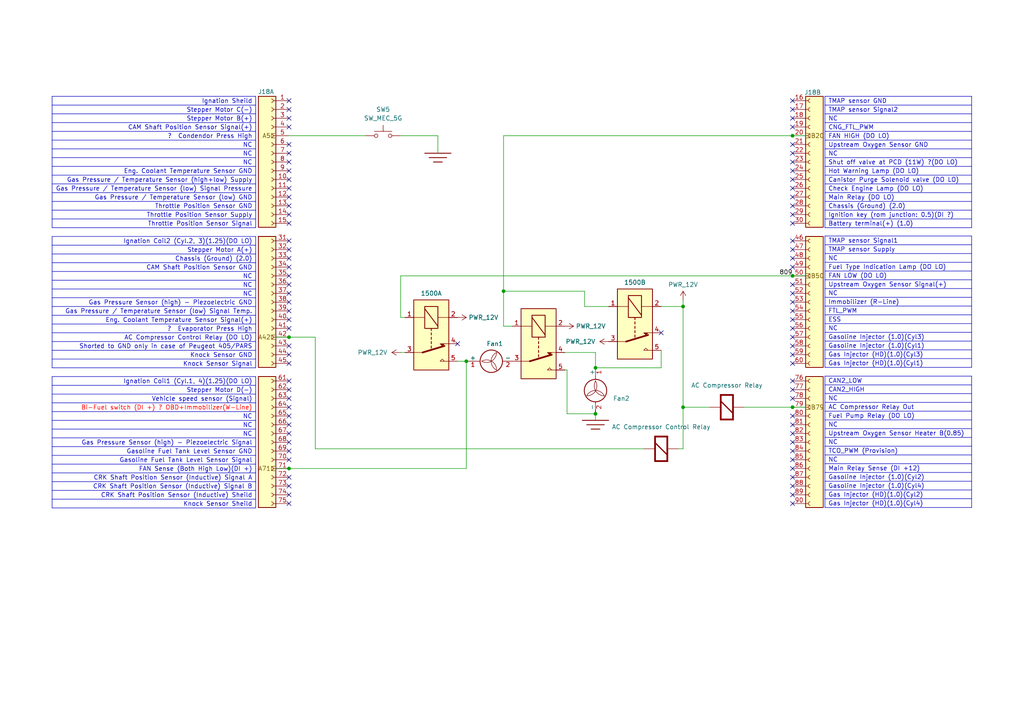
<source format=kicad_sch>
(kicad_sch (version 20250114) (generator "eeschema") (generator_version "9.0")
  (paper "A4")
  (lib_symbols
    (symbol "Elektuur_1:Re" (pin_numbers (hide yes)) (pin_names (offset 0) (hide yes))
      (property "Reference" "Re" (at 0.635 3.175 0))
      (property "Value" "Re" (at 0.635 -3.175 0))
      (symbol "Re_1_0"
        (pin passive line (at 0 5.08 270) (length 3.175) (name "+") (number "1"))
        (pin passive line (at 0 -5.08 90) (length 3.175) (name "-") (number "2"))
      )
      (symbol "Re_1_1"
        (polyline (pts (xy -3.683 -1.905) (xy 3.683 -1.905) (xy 3.683 1.905) (xy -3.683 1.905) (xy -3.683 -1.905) (xy -3.429 -1.651) (xy -3.429 1.651) (xy 3.429 1.651) (xy 3.429 -1.651) (xy -3.429 -1.651) (xy -3.683 -1.905)) (stroke (width 0.254)) (fill (type outline)))
        (polyline (pts (xy -1.778 -1.778) (xy 1.778 1.778)) (stroke (width 0.3556)))
      )
      (symbol "Re_1_2"
        (polyline (pts (xy -3.683 -1.905) (xy 3.683 -1.905) (xy 3.683 1.905) (xy -3.683 1.905) (xy -3.683 -1.905) (xy -3.429 -1.651) (xy -3.429 1.651) (xy 3.429 1.651) (xy 3.429 -1.651) (xy -3.429 -1.651) (xy -3.683 -1.905)) (stroke (width 0.254)) (fill (type outline)))
      )
    )
    (symbol "Generic:P,E" (power) (pin_numbers (hide yes)) (pin_names (offset 3.81))
      (symbol "P,E_1_1"
        (polyline (pts (xy -3.81 0) (xy 3.81 0)) (stroke (width 0.254)))
        (polyline (pts (xy -2.54 -1.27) (xy 2.54 -1.27)) (stroke (width 0.254)))
        (polyline (pts (xy -1.27 -2.54) (xy 1.27 -2.54)) (stroke (width 0.254)))
        (pin power_in line (at 0 0 0) (length 0) (hide yes) (name "E") (number "0"))
      )
    )
    (symbol "Motor:Fan" (pin_names (offset 0))
      (property "Reference" "M" (at 2.54 5.08 0))
      (property "Value" "Fan" (at 2.54 -2.54 0))
      (symbol "Fan_0_1"
        (arc (start 0 3.81) (mid -0.0015 0.9048) (end -2.54 -0.508))
        (polyline (pts (xy 0 4.572) (xy 0 5.08)))
        (polyline (pts (xy 0 4.2672) (xy 0 4.6228)))
        (circle (center 0 1.016) (radius 3.2512) (stroke (width 0.254)))
        (arc (start -2.54 -0.508) (mid 0 1.0618) (end 2.54 -0.508))
        (polyline (pts (xy 0 -2.2352) (xy 0 -2.6416)))
        (polyline (pts (xy 0 -5.08) (xy 0 -4.572)))
        (arc (start 2.54 -0.508) (mid 0.047 0.9315) (end 0 3.81))
      )
      (symbol "Fan_1_1"
        (pin passive line (at 0 7.62 270) (length 2.54) (name "+") (number "1"))
        (pin passive line (at 0 -5.08 90) (length 2.54) (name "-") (number "2"))
      )
    )
    (symbol "SparkFun-Electromechanical:Relay_SPDT_20A_5V_27.6x32.0mm"
      (property "Reference" "K" (at -3.81 11.43 0))
      (property "Value" "Relay_SPDT_20A_5V" (at 0 -11.43 0))
      (symbol "Relay_SPDT_20A_5V_27.6x32.0mm_0_0"
        (polyline (pts (xy 5.08 -2.54) (xy 2.54 -2.54) (xy 3.175 -3.175) (xy 3.81 -2.54)) (fill (type outline)))
        (polyline (pts (xy 5.08 -7.62) (xy 2.54 -7.62) (xy 3.175 -6.985) (xy 3.81 -7.62)))
      )
      (symbol "Relay_SPDT_20A_5V_27.6x32.0mm_0_1"
        (polyline (pts (xy -5.08 5.08) (xy -1.905 5.08)))
        (polyline (pts (xy -2.54 -5.08) (xy -5.08 -5.08)))
        (polyline (pts (xy -2.54 -5.08) (xy 3.81 -3.175)) (stroke (width 0.508)))
        (polyline (pts (xy -1.905 7.62) (xy 1.905 2.54)) (stroke (width 0.254)))
        (polyline (pts (xy 0 1.905) (xy 0 1.27)) (stroke (width 0.254)))
        (polyline (pts (xy 0 0.635) (xy 0 0)) (stroke (width 0.254)))
        (polyline (pts (xy 0 -0.635) (xy 0 -1.27)) (stroke (width 0.254)))
        (polyline (pts (xy 0 -1.905) (xy 0 -2.54)) (stroke (width 0.254)))
        (polyline (pts (xy 0 -3.175) (xy 0 -3.81)) (stroke (width 0.254)))
        (rectangle (start 1.905 8.255) (end -1.905 1.905) (stroke (width 0.254)))
        (rectangle (start 5.08 10.16) (end -5.08 -10.16) (stroke (width 0.254)) (fill (type background)))
        (polyline (pts (xy 5.08 5.08) (xy 1.905 5.08)))
      )
      (symbol "Relay_SPDT_20A_5V_27.6x32.0mm_1_1"
        (pin passive line (at -7.62 5.08 0) (length 2.54) (name "") (number "1"))
        (pin passive line (at -7.62 -5.08 0) (length 2.54) (name "") (number "3"))
        (pin passive line (at 7.62 5.08 180) (length 2.54) (name "") (number "2"))
        (pin passive line (at 7.62 -2.54 180) (length 2.54) (name "") (number "4"))
        (pin passive line (at 7.62 -7.62 180) (length 2.54) (name "") (number "5"))
      )
    )
    (symbol "Switch:SW_MEC_5G" (pin_numbers (hide yes)) (pin_names (offset 1.016) (hide yes))
      (property "Reference" "SW" (at 1.27 2.54 0))
      (property "Value" "SW_MEC_5G" (at 0 -1.524 0))
      (symbol "SW_MEC_5G_0_1"
        (circle (center -2.032 0) (radius 0.508))
        (polyline (pts (xy 0 1.27) (xy 0 3.048)))
        (circle (center 2.032 0) (radius 0.508))
        (polyline (pts (xy 2.54 1.27) (xy -2.54 1.27)))
        (pin passive line (at -5.08 0 0) (length 2.54) (name "A") (number "1"))
        (pin passive line (at 5.08 0 180) (length 2.54) (name "B") (number "3"))
      )
      (symbol "SW_MEC_5G_1_1"
        (pin passive line (at -5.08 0 0) (length 2.54) (hide yes) (name "A") (number "2"))
        (pin passive line (at 5.08 0 180) (length 2.54) (hide yes) (name "B") (number "4"))
      )
    )
    (symbol "fab:PWR_12V" (power) (pin_names (offset 0))
      (property "Value" "PWR_12V" (at 0 3.556 0))
      (symbol "PWR_12V_0_1"
        (polyline (pts (xy -0.762 1.27) (xy 0 2.54)))
        (polyline (pts (xy 0 2.54) (xy 0.762 1.27)))
        (polyline (pts (xy 0 0) (xy 0 2.54)))
      )
      (symbol "PWR_12V_1_1"
        (pin power_in line (at 0 0 90) (length 0) (hide yes) (name "PWR_12V") (number "1"))
      )
    )
    (symbol "sicma_socket:Conn_01x90_3Row_Socket" (pin_names (offset 1.016) (hide yes))
      (property "Reference" "J" (at 1.524 60.833 0))
      (property "Value" "Conn_01x90_3Row_Socket" (at 1.397 -61.214 0))
      (symbol "Conn_01x90_3Row_Socket_1_1"
        (rectangle (start -0.508 59.69) (end 4.572 21.717) (stroke (width 0.254)) (fill (type background)))
        (polyline (pts (xy -0.508 58.42) (xy 0.254 58.42)) (stroke (width 0.1524)))
        (polyline (pts (xy -0.508 55.88) (xy 0.254 55.88)) (stroke (width 0.1524)))
        (polyline (pts (xy -0.508 53.34) (xy 0.254 53.34)) (stroke (width 0.1524)))
        (polyline (pts (xy -0.508 50.8) (xy 0.254 50.8)) (stroke (width 0.1524)))
        (polyline (pts (xy -0.508 48.26) (xy 0.254 48.26)) (stroke (width 0.1524)))
        (polyline (pts (xy -0.508 45.72) (xy 0.254 45.72)) (stroke (width 0.1524)))
        (polyline (pts (xy -0.508 43.18) (xy 0.254 43.18)) (stroke (width 0.1524)))
        (polyline (pts (xy -0.508 40.64) (xy 0.254 40.64)) (stroke (width 0.1524)))
        (polyline (pts (xy -0.508 38.1) (xy 0.254 38.1)) (stroke (width 0.1524)))
        (polyline (pts (xy -0.508 35.56) (xy 0.254 35.56)) (stroke (width 0.1524)))
        (polyline (pts (xy -0.508 33.02) (xy 0.254 33.02)) (stroke (width 0.1524)))
        (polyline (pts (xy -0.508 30.48) (xy 0.254 30.48)) (stroke (width 0.1524)))
        (polyline (pts (xy -0.508 27.94) (xy 0.254 27.94)) (stroke (width 0.1524)))
        (polyline (pts (xy -0.508 25.4) (xy 0.254 25.4)) (stroke (width 0.1524)))
        (polyline (pts (xy -0.508 22.86) (xy 0.254 22.86)) (stroke (width 0.1524)))
        (rectangle (start -0.508 19.05) (end 4.572 -18.923) (stroke (width 0.254)) (fill (type background)))
        (polyline (pts (xy -0.508 17.78) (xy 0.254 17.78)) (stroke (width 0.1524)))
        (polyline (pts (xy -0.508 15.24) (xy 0.254 15.24)) (stroke (width 0.1524)))
        (polyline (pts (xy -0.508 12.7) (xy 0.254 12.7)) (stroke (width 0.1524)))
        (polyline (pts (xy -0.508 10.16) (xy 0.254 10.16)) (stroke (width 0.1524)))
        (polyline (pts (xy -0.508 7.62) (xy 0.254 7.62)) (stroke (width 0.1524)))
        (polyline (pts (xy -0.508 5.08) (xy 0.254 5.08)) (stroke (width 0.1524)))
        (polyline (pts (xy -0.508 2.54) (xy 0.254 2.54)) (stroke (width 0.1524)))
        (polyline (pts (xy -0.508 0) (xy 0.254 0)) (stroke (width 0.1524)))
        (polyline (pts (xy -0.508 -2.54) (xy 0.254 -2.54)) (stroke (width 0.1524)))
        (polyline (pts (xy -0.508 -5.08) (xy 0.254 -5.08)) (stroke (width 0.1524)))
        (polyline (pts (xy -0.508 -7.62) (xy 0.254 -7.62)) (stroke (width 0.1524)))
        (polyline (pts (xy -0.508 -10.16) (xy 0.254 -10.16)) (stroke (width 0.1524)))
        (polyline (pts (xy -0.508 -12.7) (xy 0.254 -12.7)) (stroke (width 0.1524)))
        (polyline (pts (xy -0.508 -15.24) (xy 0.254 -15.24)) (stroke (width 0.1524)))
        (polyline (pts (xy -0.508 -17.78) (xy 0.254 -17.78)) (stroke (width 0.1524)))
        (rectangle (start -0.508 -21.59) (end 4.572 -59.563) (stroke (width 0.254)) (fill (type background)))
        (polyline (pts (xy -0.508 -22.86) (xy 0.254 -22.86)) (stroke (width 0.1524)))
        (polyline (pts (xy -0.508 -25.4) (xy 0.254 -25.4)) (stroke (width 0.1524)))
        (polyline (pts (xy -0.508 -27.94) (xy 0.254 -27.94)) (stroke (width 0.1524)))
        (polyline (pts (xy -0.508 -30.48) (xy 0.254 -30.48)) (stroke (width 0.1524)))
        (polyline (pts (xy -0.508 -33.02) (xy 0.254 -33.02)) (stroke (width 0.1524)))
        (polyline (pts (xy -0.508 -35.56) (xy 0.254 -35.56)) (stroke (width 0.1524)))
        (polyline (pts (xy -0.508 -38.1) (xy 0.254 -38.1)) (stroke (width 0.1524)))
        (polyline (pts (xy -0.508 -40.64) (xy 0.254 -40.64)) (stroke (width 0.1524)))
        (polyline (pts (xy -0.508 -43.18) (xy 0.254 -43.18)) (stroke (width 0.1524)))
        (polyline (pts (xy -0.508 -45.72) (xy 0.254 -45.72)) (stroke (width 0.1524)))
        (polyline (pts (xy -0.508 -48.26) (xy 0.254 -48.26)) (stroke (width 0.1524)))
        (polyline (pts (xy -0.508 -50.8) (xy 0.254 -50.8)) (stroke (width 0.1524)))
        (polyline (pts (xy -0.508 -53.34) (xy 0.254 -53.34)) (stroke (width 0.1524)))
        (polyline (pts (xy -0.508 -55.88) (xy 0.254 -55.88)) (stroke (width 0.1524)))
        (polyline (pts (xy -0.508 -58.42) (xy 0.254 -58.42)) (stroke (width 0.1524)))
        (arc (start 0.762 57.912) (mid 0.2562 58.42) (end 0.762 58.928) (stroke (width 0.1524)))
        (arc (start 0.762 55.372) (mid 0.2562 55.88) (end 0.762 56.388) (stroke (width 0.1524)))
        (arc (start 0.762 52.832) (mid 0.2562 53.34) (end 0.762 53.848) (stroke (width 0.1524)))
        (arc (start 0.762 50.292) (mid 0.2562 50.8) (end 0.762 51.308) (stroke (width 0.1524)))
        (arc (start 0.762 47.752) (mid 0.2562 48.26) (end 0.762 48.768) (stroke (width 0.1524)))
        (arc (start 0.762 45.212) (mid 0.2562 45.72) (end 0.762 46.228) (stroke (width 0.1524)))
        (arc (start 0.762 42.672) (mid 0.2562 43.18) (end 0.762 43.688) (stroke (width 0.1524)))
        (arc (start 0.762 40.132) (mid 0.2562 40.64) (end 0.762 41.148) (stroke (width 0.1524)))
        (arc (start 0.762 37.592) (mid 0.2562 38.1) (end 0.762 38.608) (stroke (width 0.1524)))
        (arc (start 0.762 35.052) (mid 0.2562 35.56) (end 0.762 36.068) (stroke (width 0.1524)))
        (arc (start 0.762 32.512) (mid 0.2562 33.02) (end 0.762 33.528) (stroke (width 0.1524)))
        (arc (start 0.762 29.972) (mid 0.2562 30.48) (end 0.762 30.988) (stroke (width 0.1524)))
        (arc (start 0.762 27.432) (mid 0.2562 27.94) (end 0.762 28.448) (stroke (width 0.1524)))
        (arc (start 0.762 24.892) (mid 0.2562 25.4) (end 0.762 25.908) (stroke (width 0.1524)))
        (arc (start 0.762 22.352) (mid 0.2562 22.86) (end 0.762 23.368) (stroke (width 0.1524)))
        (arc (start 0.762 17.272) (mid 0.2562 17.78) (end 0.762 18.288) (stroke (width 0.1524)))
        (arc (start 0.762 14.732) (mid 0.2562 15.24) (end 0.762 15.748) (stroke (width 0.1524)))
        (arc (start 0.762 12.192) (mid 0.2562 12.7) (end 0.762 13.208) (stroke (width 0.1524)))
        (arc (start 0.762 9.652) (mid 0.2562 10.16) (end 0.762 10.668) (stroke (width 0.1524)))
        (arc (start 0.762 7.112) (mid 0.2562 7.62) (end 0.762 8.128) (stroke (width 0.1524)))
        (arc (start 0.762 4.572) (mid 0.2562 5.08) (end 0.762 5.588) (stroke (width 0.1524)))
        (arc (start 0.762 2.032) (mid 0.2562 2.54) (end 0.762 3.048) (stroke (width 0.1524)))
        (arc (start 0.762 -0.508) (mid 0.2562 0) (end 0.762 0.508) (stroke (width 0.1524)))
        (arc (start 0.762 -3.048) (mid 0.2562 -2.54) (end 0.762 -2.032) (stroke (width 0.1524)))
        (arc (start 0.762 -5.588) (mid 0.2562 -5.08) (end 0.762 -4.572) (stroke (width 0.1524)))
        (arc (start 0.762 -8.128) (mid 0.2562 -7.62) (end 0.762 -7.112) (stroke (width 0.1524)))
        (arc (start 0.762 -10.668) (mid 0.2562 -10.16) (end 0.762 -9.652) (stroke (width 0.1524)))
        (arc (start 0.762 -13.208) (mid 0.2562 -12.7) (end 0.762 -12.192) (stroke (width 0.1524)))
        (arc (start 0.762 -15.748) (mid 0.2562 -15.24) (end 0.762 -14.732) (stroke (width 0.1524)))
        (arc (start 0.762 -18.288) (mid 0.2562 -17.78) (end 0.762 -17.272) (stroke (width 0.1524)))
        (arc (start 0.762 -23.368) (mid 0.2562 -22.86) (end 0.762 -22.352) (stroke (width 0.1524)))
        (arc (start 0.762 -25.908) (mid 0.2562 -25.4) (end 0.762 -24.892) (stroke (width 0.1524)))
        (arc (start 0.762 -28.448) (mid 0.2562 -27.94) (end 0.762 -27.432) (stroke (width 0.1524)))
        (arc (start 0.762 -30.988) (mid 0.2562 -30.48) (end 0.762 -29.972) (stroke (width 0.1524)))
        (arc (start 0.762 -33.528) (mid 0.2562 -33.02) (end 0.762 -32.512) (stroke (width 0.1524)))
        (arc (start 0.762 -36.068) (mid 0.2562 -35.56) (end 0.762 -35.052) (stroke (width 0.1524)))
        (arc (start 0.762 -38.608) (mid 0.2562 -38.1) (end 0.762 -37.592) (stroke (width 0.1524)))
        (arc (start 0.762 -41.148) (mid 0.2562 -40.64) (end 0.762 -40.132) (stroke (width 0.1524)))
        (arc (start 0.762 -43.688) (mid 0.2562 -43.18) (end 0.762 -42.672) (stroke (width 0.1524)))
        (arc (start 0.762 -46.228) (mid 0.2562 -45.72) (end 0.762 -45.212) (stroke (width 0.1524)))
        (arc (start 0.762 -48.768) (mid 0.2562 -48.26) (end 0.762 -47.752) (stroke (width 0.1524)))
        (arc (start 0.762 -51.308) (mid 0.2562 -50.8) (end 0.762 -50.292) (stroke (width 0.1524)))
        (arc (start 0.762 -53.848) (mid 0.2562 -53.34) (end 0.762 -52.832) (stroke (width 0.1524)))
        (arc (start 0.762 -56.388) (mid 0.2562 -55.88) (end 0.762 -55.372) (stroke (width 0.1524)))
        (arc (start 0.762 -58.928) (mid 0.2562 -58.42) (end 0.762 -57.912) (stroke (width 0.1524)))
        (pin passive line (at -4.318 58.42 0) (length 3.81) (name "A1") (number "1"))
        (pin passive line (at -4.318 55.88 0) (length 3.81) (name "A2") (number "2"))
        (pin passive line (at -4.318 53.34 0) (length 3.81) (name "A3") (number "3"))
        (pin passive line (at -4.318 50.8 0) (length 3.81) (name "A4") (number "4"))
        (pin passive line (at -4.318 48.26 0) (length 3.81) (name "A5") (number "5"))
        (pin passive line (at -4.318 45.72 0) (length 3.81) (name "A6") (number "6"))
        (pin passive line (at -4.318 43.18 0) (length 3.81) (name "A7") (number "7"))
        (pin passive line (at -4.318 40.64 0) (length 3.81) (name "A8") (number "8"))
        (pin passive line (at -4.318 38.1 0) (length 3.81) (name "A9") (number "9"))
        (pin passive line (at -4.318 35.56 0) (length 3.81) (name "A10") (number "10"))
        (pin passive line (at -4.318 33.02 0) (length 3.81) (name "A11") (number "11"))
        (pin passive line (at -4.318 30.48 0) (length 3.81) (name "A12") (number "12"))
        (pin passive line (at -4.318 27.94 0) (length 3.81) (name "A13") (number "13"))
        (pin passive line (at -4.318 25.4 0) (length 3.81) (name "A14") (number "14"))
        (pin passive line (at -4.318 22.86 0) (length 3.81) (name "A15") (number "15"))
        (pin passive line (at -4.318 17.78 0) (length 3.81) (name "A31") (number "31"))
        (pin passive line (at -4.318 15.24 0) (length 3.81) (name "A32") (number "32"))
        (pin passive line (at -4.318 12.7 0) (length 3.81) (name "A33") (number "33"))
        (pin passive line (at -4.318 10.16 0) (length 3.81) (name "A34") (number "34"))
        (pin passive line (at -4.318 7.62 0) (length 3.81) (name "A35") (number "35"))
        (pin passive line (at -4.318 5.08 0) (length 3.81) (name "A36") (number "36"))
        (pin passive line (at -4.318 2.54 0) (length 3.81) (name "A37") (number "37"))
        (pin passive line (at -4.318 0 0) (length 3.81) (name "A38") (number "38"))
        (pin passive line (at -4.318 -2.54 0) (length 3.81) (name "A39") (number "39"))
        (pin passive line (at -4.318 -5.08 0) (length 3.81) (name "A40") (number "40"))
        (pin passive line (at -4.318 -7.62 0) (length 3.81) (name "A41") (number "41"))
        (pin passive line (at -4.318 -10.16 0) (length 3.81) (name "A42") (number "42"))
        (pin passive line (at -4.318 -12.7 0) (length 3.81) (name "A43") (number "43"))
        (pin passive line (at -4.318 -15.24 0) (length 3.81) (name "A44") (number "44"))
        (pin passive line (at -4.318 -17.78 0) (length 3.81) (name "A45") (number "45"))
        (pin passive line (at -4.318 -22.86 0) (length 3.81) (name "A61") (number "61"))
        (pin passive line (at -4.318 -25.4 0) (length 3.81) (name "A62") (number "62"))
        (pin passive line (at -4.318 -27.94 0) (length 3.81) (name "A63") (number "63"))
        (pin passive line (at -4.318 -30.48 0) (length 3.81) (name "A64") (number "64"))
        (pin passive line (at -4.318 -33.02 0) (length 3.81) (name "A65") (number "65"))
        (pin passive line (at -4.318 -35.56 0) (length 3.81) (name "A66") (number "66"))
        (pin passive line (at -4.318 -38.1 0) (length 3.81) (name "A67") (number "67"))
        (pin passive line (at -4.318 -40.64 0) (length 3.81) (name "A68") (number "68"))
        (pin passive line (at -4.318 -43.18 0) (length 3.81) (name "A69") (number "69"))
        (pin passive line (at -4.318 -45.72 0) (length 3.81) (name "A70") (number "70"))
        (pin passive line (at -4.318 -48.26 0) (length 3.81) (name "A71") (number "71"))
        (pin passive line (at -4.318 -50.8 0) (length 3.81) (name "A72") (number "72"))
        (pin passive line (at -4.318 -53.34 0) (length 3.81) (name "A73") (number "73"))
        (pin passive line (at -4.318 -55.88 0) (length 3.81) (name "A74") (number "74"))
        (pin passive line (at -4.318 -58.42 0) (length 3.81) (name "A75") (number "75"))
      )
      (symbol "Conn_01x90_3Row_Socket_2_1"
        (rectangle (start -0.508 59.69) (end 4.572 21.717) (stroke (width 0.254)) (fill (type background)))
        (polyline (pts (xy -0.508 58.42) (xy 0.254 58.42)) (stroke (width 0.1524)))
        (polyline (pts (xy -0.508 55.88) (xy 0.254 55.88)) (stroke (width 0.1524)))
        (polyline (pts (xy -0.508 53.34) (xy 0.254 53.34)) (stroke (width 0.1524)))
        (polyline (pts (xy -0.508 50.8) (xy 0.254 50.8)) (stroke (width 0.1524)))
        (polyline (pts (xy -0.508 48.26) (xy 0.254 48.26)) (stroke (width 0.1524)))
        (polyline (pts (xy -0.508 45.72) (xy 0.254 45.72)) (stroke (width 0.1524)))
        (polyline (pts (xy -0.508 43.18) (xy 0.254 43.18)) (stroke (width 0.1524)))
        (polyline (pts (xy -0.508 40.64) (xy 0.254 40.64)) (stroke (width 0.1524)))
        (polyline (pts (xy -0.508 38.1) (xy 0.254 38.1)) (stroke (width 0.1524)))
        (polyline (pts (xy -0.508 35.56) (xy 0.254 35.56)) (stroke (width 0.1524)))
        (polyline (pts (xy -0.508 33.02) (xy 0.254 33.02)) (stroke (width 0.1524)))
        (polyline (pts (xy -0.508 30.48) (xy 0.254 30.48)) (stroke (width 0.1524)))
        (polyline (pts (xy -0.508 27.94) (xy 0.254 27.94)) (stroke (width 0.1524)))
        (polyline (pts (xy -0.508 25.4) (xy 0.254 25.4)) (stroke (width 0.1524)))
        (polyline (pts (xy -0.508 22.86) (xy 0.254 22.86)) (stroke (width 0.1524)))
        (rectangle (start -0.508 19.05) (end 4.572 -18.923) (stroke (width 0.254)) (fill (type background)))
        (polyline (pts (xy -0.508 17.78) (xy 0.254 17.78)) (stroke (width 0.1524)))
        (polyline (pts (xy -0.508 15.24) (xy 0.254 15.24)) (stroke (width 0.1524)))
        (polyline (pts (xy -0.508 12.7) (xy 0.254 12.7)) (stroke (width 0.1524)))
        (polyline (pts (xy -0.508 10.16) (xy 0.254 10.16)) (stroke (width 0.1524)))
        (polyline (pts (xy -0.508 7.62) (xy 0.254 7.62)) (stroke (width 0.1524)))
        (polyline (pts (xy -0.508 5.08) (xy 0.254 5.08)) (stroke (width 0.1524)))
        (polyline (pts (xy -0.508 2.54) (xy 0.254 2.54)) (stroke (width 0.1524)))
        (polyline (pts (xy -0.508 0) (xy 0.254 0)) (stroke (width 0.1524)))
        (polyline (pts (xy -0.508 -2.54) (xy 0.254 -2.54)) (stroke (width 0.1524)))
        (polyline (pts (xy -0.508 -5.08) (xy 0.254 -5.08)) (stroke (width 0.1524)))
        (polyline (pts (xy -0.508 -7.62) (xy 0.254 -7.62)) (stroke (width 0.1524)))
        (polyline (pts (xy -0.508 -10.16) (xy 0.254 -10.16)) (stroke (width 0.1524)))
        (polyline (pts (xy -0.508 -12.7) (xy 0.254 -12.7)) (stroke (width 0.1524)))
        (polyline (pts (xy -0.508 -15.24) (xy 0.254 -15.24)) (stroke (width 0.1524)))
        (polyline (pts (xy -0.508 -17.78) (xy 0.254 -17.78)) (stroke (width 0.1524)))
        (rectangle (start -0.508 -21.59) (end 4.572 -59.563) (stroke (width 0.254)) (fill (type background)))
        (polyline (pts (xy -0.508 -22.86) (xy 0.254 -22.86)) (stroke (width 0.1524)))
        (polyline (pts (xy -0.508 -25.4) (xy 0.254 -25.4)) (stroke (width 0.1524)))
        (polyline (pts (xy -0.508 -27.94) (xy 0.254 -27.94)) (stroke (width 0.1524)))
        (polyline (pts (xy -0.508 -30.48) (xy 0.254 -30.48)) (stroke (width 0.1524)))
        (polyline (pts (xy -0.508 -33.02) (xy 0.254 -33.02)) (stroke (width 0.1524)))
        (polyline (pts (xy -0.508 -35.56) (xy 0.254 -35.56)) (stroke (width 0.1524)))
        (polyline (pts (xy -0.508 -38.1) (xy 0.254 -38.1)) (stroke (width 0.1524)))
        (polyline (pts (xy -0.508 -40.64) (xy 0.254 -40.64)) (stroke (width 0.1524)))
        (polyline (pts (xy -0.508 -43.18) (xy 0.254 -43.18)) (stroke (width 0.1524)))
        (polyline (pts (xy -0.508 -45.72) (xy 0.254 -45.72)) (stroke (width 0.1524)))
        (polyline (pts (xy -0.508 -48.26) (xy 0.254 -48.26)) (stroke (width 0.1524)))
        (polyline (pts (xy -0.508 -50.8) (xy 0.254 -50.8)) (stroke (width 0.1524)))
        (polyline (pts (xy -0.508 -53.34) (xy 0.254 -53.34)) (stroke (width 0.1524)))
        (polyline (pts (xy -0.508 -55.88) (xy 0.254 -55.88)) (stroke (width 0.1524)))
        (polyline (pts (xy -0.508 -58.42) (xy 0.254 -58.42)) (stroke (width 0.1524)))
        (arc (start 0.762 57.912) (mid 0.2562 58.42) (end 0.762 58.928) (stroke (width 0.1524)))
        (arc (start 0.762 55.372) (mid 0.2562 55.88) (end 0.762 56.388) (stroke (width 0.1524)))
        (arc (start 0.762 52.832) (mid 0.2562 53.34) (end 0.762 53.848) (stroke (width 0.1524)))
        (arc (start 0.762 50.292) (mid 0.2562 50.8) (end 0.762 51.308) (stroke (width 0.1524)))
        (arc (start 0.762 47.752) (mid 0.2562 48.26) (end 0.762 48.768) (stroke (width 0.1524)))
        (arc (start 0.762 45.212) (mid 0.2562 45.72) (end 0.762 46.228) (stroke (width 0.1524)))
        (arc (start 0.762 42.672) (mid 0.2562 43.18) (end 0.762 43.688) (stroke (width 0.1524)))
        (arc (start 0.762 40.132) (mid 0.2562 40.64) (end 0.762 41.148) (stroke (width 0.1524)))
        (arc (start 0.762 37.592) (mid 0.2562 38.1) (end 0.762 38.608) (stroke (width 0.1524)))
        (arc (start 0.762 35.052) (mid 0.2562 35.56) (end 0.762 36.068) (stroke (width 0.1524)))
        (arc (start 0.762 32.512) (mid 0.2562 33.02) (end 0.762 33.528) (stroke (width 0.1524)))
        (arc (start 0.762 29.972) (mid 0.2562 30.48) (end 0.762 30.988) (stroke (width 0.1524)))
        (arc (start 0.762 27.432) (mid 0.2562 27.94) (end 0.762 28.448) (stroke (width 0.1524)))
        (arc (start 0.762 24.892) (mid 0.2562 25.4) (end 0.762 25.908) (stroke (width 0.1524)))
        (arc (start 0.762 22.352) (mid 0.2562 22.86) (end 0.762 23.368) (stroke (width 0.1524)))
        (arc (start 0.762 17.272) (mid 0.2562 17.78) (end 0.762 18.288) (stroke (width 0.1524)))
        (arc (start 0.762 14.732) (mid 0.2562 15.24) (end 0.762 15.748) (stroke (width 0.1524)))
        (arc (start 0.762 12.192) (mid 0.2562 12.7) (end 0.762 13.208) (stroke (width 0.1524)))
        (arc (start 0.762 9.652) (mid 0.2562 10.16) (end 0.762 10.668) (stroke (width 0.1524)))
        (arc (start 0.762 7.112) (mid 0.2562 7.62) (end 0.762 8.128) (stroke (width 0.1524)))
        (arc (start 0.762 4.572) (mid 0.2562 5.08) (end 0.762 5.588) (stroke (width 0.1524)))
        (arc (start 0.762 2.032) (mid 0.2562 2.54) (end 0.762 3.048) (stroke (width 0.1524)))
        (arc (start 0.762 -0.508) (mid 0.2562 0) (end 0.762 0.508) (stroke (width 0.1524)))
        (arc (start 0.762 -3.048) (mid 0.2562 -2.54) (end 0.762 -2.032) (stroke (width 0.1524)))
        (arc (start 0.762 -5.588) (mid 0.2562 -5.08) (end 0.762 -4.572) (stroke (width 0.1524)))
        (arc (start 0.762 -8.128) (mid 0.2562 -7.62) (end 0.762 -7.112) (stroke (width 0.1524)))
        (arc (start 0.762 -10.668) (mid 0.2562 -10.16) (end 0.762 -9.652) (stroke (width 0.1524)))
        (arc (start 0.762 -13.208) (mid 0.2562 -12.7) (end 0.762 -12.192) (stroke (width 0.1524)))
        (arc (start 0.762 -15.748) (mid 0.2562 -15.24) (end 0.762 -14.732) (stroke (width 0.1524)))
        (arc (start 0.762 -18.288) (mid 0.2562 -17.78) (end 0.762 -17.272) (stroke (width 0.1524)))
        (arc (start 0.762 -23.368) (mid 0.2562 -22.86) (end 0.762 -22.352) (stroke (width 0.1524)))
        (arc (start 0.762 -25.908) (mid 0.2562 -25.4) (end 0.762 -24.892) (stroke (width 0.1524)))
        (arc (start 0.762 -28.448) (mid 0.2562 -27.94) (end 0.762 -27.432) (stroke (width 0.1524)))
        (arc (start 0.762 -30.988) (mid 0.2562 -30.48) (end 0.762 -29.972) (stroke (width 0.1524)))
        (arc (start 0.762 -33.528) (mid 0.2562 -33.02) (end 0.762 -32.512) (stroke (width 0.1524)))
        (arc (start 0.762 -36.068) (mid 0.2562 -35.56) (end 0.762 -35.052) (stroke (width 0.1524)))
        (arc (start 0.762 -38.608) (mid 0.2562 -38.1) (end 0.762 -37.592) (stroke (width 0.1524)))
        (arc (start 0.762 -41.148) (mid 0.2562 -40.64) (end 0.762 -40.132) (stroke (width 0.1524)))
        (arc (start 0.762 -43.688) (mid 0.2562 -43.18) (end 0.762 -42.672) (stroke (width 0.1524)))
        (arc (start 0.762 -46.228) (mid 0.2562 -45.72) (end 0.762 -45.212) (stroke (width 0.1524)))
        (arc (start 0.762 -48.768) (mid 0.2562 -48.26) (end 0.762 -47.752) (stroke (width 0.1524)))
        (arc (start 0.762 -51.308) (mid 0.2562 -50.8) (end 0.762 -50.292) (stroke (width 0.1524)))
        (arc (start 0.762 -53.848) (mid 0.2562 -53.34) (end 0.762 -52.832) (stroke (width 0.1524)))
        (arc (start 0.762 -56.388) (mid 0.2562 -55.88) (end 0.762 -55.372) (stroke (width 0.1524)))
        (arc (start 0.762 -58.928) (mid 0.2562 -58.42) (end 0.762 -57.912) (stroke (width 0.1524)))
        (pin passive line (at -4.318 58.42 0) (length 3.81) (name "B16") (number "16"))
        (pin passive line (at -4.318 55.88 0) (length 3.81) (name "B17") (number "17"))
        (pin passive line (at -4.318 53.34 0) (length 3.81) (name "B18") (number "18"))
        (pin passive line (at -4.318 50.8 0) (length 3.81) (name "B19") (number "19"))
        (pin passive line (at -4.318 48.26 0) (length 3.81) (name "B20") (number "20"))
        (pin passive line (at -4.318 45.72 0) (length 3.81) (name "B21") (number "21"))
        (pin passive line (at -4.318 43.18 0) (length 3.81) (name "B22") (number "22"))
        (pin passive line (at -4.318 40.64 0) (length 3.81) (name "B23") (number "23"))
        (pin passive line (at -4.318 38.1 0) (length 3.81) (name "B24") (number "24"))
        (pin passive line (at -4.318 35.56 0) (length 3.81) (name "B25") (number "25"))
        (pin passive line (at -4.318 33.02 0) (length 3.81) (name "B26") (number "26"))
        (pin passive line (at -4.318 30.48 0) (length 3.81) (name "B27") (number "27"))
        (pin passive line (at -4.318 27.94 0) (length 3.81) (name "B28") (number "28"))
        (pin passive line (at -4.318 25.4 0) (length 3.81) (name "B29") (number "29"))
        (pin passive line (at -4.318 22.86 0) (length 3.81) (name "B30") (number "30"))
        (pin passive line (at -4.318 17.78 0) (length 3.81) (name "B46") (number "46"))
        (pin passive line (at -4.318 15.24 0) (length 3.81) (name "B47") (number "47"))
        (pin passive line (at -4.318 12.7 0) (length 3.81) (name "B48") (number "48"))
        (pin passive line (at -4.318 10.16 0) (length 3.81) (name "B49") (number "49"))
        (pin passive line (at -4.318 7.62 0) (length 3.81) (name "B50") (number "50"))
        (pin passive line (at -4.318 5.08 0) (length 3.81) (name "B51") (number "51"))
        (pin passive line (at -4.318 2.54 0) (length 3.81) (name "B52") (number "52"))
        (pin passive line (at -4.318 0 0) (length 3.81) (name "B53") (number "53"))
        (pin passive line (at -4.318 -2.54 0) (length 3.81) (name "B54") (number "54"))
        (pin passive line (at -4.318 -5.08 0) (length 3.81) (name "B55") (number "55"))
        (pin passive line (at -4.318 -7.62 0) (length 3.81) (name "B56") (number "56"))
        (pin passive line (at -4.318 -10.16 0) (length 3.81) (name "B57") (number "57"))
        (pin passive line (at -4.318 -12.7 0) (length 3.81) (name "B58") (number "58"))
        (pin passive line (at -4.318 -15.24 0) (length 3.81) (name "B59") (number "59"))
        (pin passive line (at -4.318 -17.78 0) (length 3.81) (name "B60") (number "60"))
        (pin passive line (at -4.318 -22.86 0) (length 3.81) (name "B76") (number "76"))
        (pin passive line (at -4.318 -25.4 0) (length 3.81) (name "B77") (number "77"))
        (pin passive line (at -4.318 -27.94 0) (length 3.81) (name "B78") (number "78"))
        (pin passive line (at -4.318 -30.48 0) (length 3.81) (name "B79") (number "79"))
        (pin passive line (at -4.318 -33.02 0) (length 3.81) (name "B80") (number "80"))
        (pin passive line (at -4.318 -35.56 0) (length 3.81) (name "B81") (number "81"))
        (pin passive line (at -4.318 -38.1 0) (length 3.81) (name "B82") (number "82"))
        (pin passive line (at -4.318 -40.64 0) (length 3.81) (name "B83") (number "83"))
        (pin passive line (at -4.318 -43.18 0) (length 3.81) (name "B84") (number "84"))
        (pin passive line (at -4.318 -45.72 0) (length 3.81) (name "B85") (number "85"))
        (pin passive line (at -4.318 -48.26 0) (length 3.81) (name "B86") (number "86"))
        (pin passive line (at -4.318 -50.8 0) (length 3.81) (name "B87") (number "87"))
        (pin passive line (at -4.318 -53.34 0) (length 3.81) (name "B88") (number "88"))
        (pin passive line (at -4.318 -55.88 0) (length 3.81) (name "B89") (number "89"))
        (pin passive line (at -4.318 -58.42 0) (length 3.81) (name "B90") (number "90"))
      )
    )
  )
  (junction (at 172.72 106.68))
  (junction (at 229.87 80.01))
  (junction (at 146.05 84.455))
  (junction (at 135.255 104.775))
  (junction (at 83.82 97.79))
  (junction (at 229.87 118.11))
  (junction (at 198.12 88.9))
  (junction (at 172.72 120.015))
  (junction (at 198.12 118.11))
  (junction (at 83.82 135.89))
  (junction (at 229.87 39.37))
  (no_connect (at 83.82 130.81))
  (no_connect (at 229.87 29.21))
  (no_connect (at 229.87 82.55))
  (no_connect (at 83.82 138.43))
  (no_connect (at 83.82 62.23))
  (no_connect (at 229.87 92.71))
  (no_connect (at 229.87 57.15))
  (no_connect (at 83.82 36.83))
  (no_connect (at 229.87 105.41))
  (no_connect (at 132.715 99.695))
  (no_connect (at 229.87 128.27))
  (no_connect (at 229.87 31.75))
  (no_connect (at 229.87 64.77))
  (no_connect (at 83.82 90.17))
  (no_connect (at 229.87 36.83))
  (no_connect (at 83.82 95.25))
  (no_connect (at 83.82 125.73))
  (no_connect (at 83.82 34.29))
  (no_connect (at 229.87 90.17))
  (no_connect (at 229.87 85.09))
  (no_connect (at 229.87 34.29))
  (no_connect (at 83.82 87.63))
  (no_connect (at 229.87 120.65))
  (no_connect (at 83.82 31.75))
  (no_connect (at 83.82 52.07))
  (no_connect (at 83.82 92.71))
  (no_connect (at 83.82 44.45))
  (no_connect (at 229.87 113.03))
  (no_connect (at 229.87 138.43))
  (no_connect (at 83.82 118.11))
  (no_connect (at 191.77 96.52))
  (no_connect (at 83.82 115.57))
  (no_connect (at 229.87 146.05))
  (no_connect (at 229.87 143.51))
  (no_connect (at 83.82 100.33))
  (no_connect (at 83.82 29.21))
  (no_connect (at 83.82 105.41))
  (no_connect (at 83.82 123.19))
  (no_connect (at 83.82 120.65))
  (no_connect (at 83.82 140.97))
  (no_connect (at 83.82 54.61))
  (no_connect (at 83.82 85.09))
  (no_connect (at 229.87 62.23))
  (no_connect (at 83.82 74.93))
  (no_connect (at 229.87 41.91))
  (no_connect (at 229.87 102.87))
  (no_connect (at 83.82 69.85))
  (no_connect (at 229.87 74.93))
  (no_connect (at 229.87 130.81))
  (no_connect (at 229.87 140.97))
  (no_connect (at 229.87 97.79))
  (no_connect (at 229.87 135.89))
  (no_connect (at 83.82 77.47))
  (no_connect (at 229.87 87.63))
  (no_connect (at 229.87 49.53))
  (no_connect (at 229.87 95.25))
  (no_connect (at 83.82 82.55))
  (no_connect (at 83.82 143.51))
  (no_connect (at 229.87 54.61))
  (no_connect (at 83.82 64.77))
  (no_connect (at 229.87 44.45))
  (no_connect (at 229.87 69.85))
  (no_connect (at 229.87 46.99))
  (no_connect (at 83.82 46.99))
  (no_connect (at 83.82 110.49))
  (no_connect (at 83.82 59.69))
  (no_connect (at 229.87 125.73))
  (no_connect (at 229.87 133.35))
  (no_connect (at 83.82 128.27))
  (no_connect (at 229.87 123.19))
  (no_connect (at 83.82 72.39))
  (no_connect (at 229.87 52.07))
  (no_connect (at 229.87 115.57))
  (no_connect (at 83.82 57.15))
  (no_connect (at 229.87 77.47))
  (no_connect (at 83.82 102.87))
  (no_connect (at 83.82 133.35))
  (no_connect (at 229.87 110.49))
  (no_connect (at 83.82 41.91))
  (no_connect (at 229.87 100.33))
  (no_connect (at 83.82 146.05))
  (no_connect (at 83.82 113.03))
  (no_connect (at 229.87 59.69))
  (no_connect (at 83.82 80.01))
  (no_connect (at 83.82 49.53))
  (no_connect (at 229.87 72.39))
  (wire (pts (xy 83.82 97.79) (xy 91.44 97.79)))
  (wire (pts (xy 229.87 39.37) (xy 146.05 39.37)))
  (wire (pts (xy 172.72 106.68) (xy 172.72 102.235)))
  (wire (pts (xy 169.545 84.455) (xy 146.05 84.455)))
  (wire (pts (xy 233.68 39.37) (xy 229.87 39.37)))
  (wire (pts (xy 172.72 120.015) (xy 172.72 121.92)))
  (wire (pts (xy 135.255 135.89) (xy 83.82 135.89)))
  (wire (pts (xy 83.82 135.89) (xy 80.01 135.89)))
  (wire (pts (xy 198.12 118.11) (xy 198.12 130.175)))
  (wire (pts (xy 116.205 80.01) (xy 116.205 92.075)))
  (wire (pts (xy 233.68 80.01) (xy 229.87 80.01)))
  (wire (pts (xy 191.77 106.68) (xy 191.77 101.6)))
  (wire (pts (xy 116.205 80.01) (xy 229.87 80.01)))
  (wire (pts (xy 164.465 107.315) (xy 164.465 120.015)))
  (wire (pts (xy 163.83 102.235) (xy 172.72 102.235)))
  (wire (pts (xy 91.44 130.175) (xy 186.69 130.175)))
  (wire (pts (xy 135.255 104.775) (xy 135.255 135.89)))
  (wire (pts (xy 135.255 104.775) (xy 132.715 104.775)))
  (wire (pts (xy 196.85 130.175) (xy 198.12 130.175)))
  (wire (pts (xy 83.82 39.37) (xy 106.045 39.37)))
  (wire (pts (xy 146.05 84.455) (xy 146.05 94.615)))
  (wire (pts (xy 198.12 86.995) (xy 198.12 88.9)))
  (wire (pts (xy 146.05 39.37) (xy 146.05 84.455)))
  (wire (pts (xy 164.465 120.015) (xy 172.72 120.015)))
  (wire (pts (xy 135.89 104.775) (xy 135.255 104.775)))
  (wire (pts (xy 229.87 118.11) (xy 233.68 118.11)))
  (wire (pts (xy 172.72 106.68) (xy 191.77 106.68)))
  (wire (pts (xy 169.545 88.9) (xy 169.545 84.455)))
  (wire (pts (xy 116.205 102.235) (xy 117.475 102.235)))
  (wire (pts (xy 215.9 118.11) (xy 229.87 118.11)))
  (wire (pts (xy 116.205 92.075) (xy 117.475 92.075)))
  (wire (pts (xy 146.05 94.615) (xy 148.59 94.615)))
  (wire (pts (xy 169.545 88.9) (xy 176.53 88.9)))
  (wire (pts (xy 198.12 118.11) (xy 198.12 88.9)))
  (wire (pts (xy 191.77 88.9) (xy 198.12 88.9)))
  (wire (pts (xy 205.74 118.11) (xy 198.12 118.11)))
  (wire (pts (xy 172.72 119.38) (xy 172.72 120.015)))
  (wire (pts (xy 164.465 107.315) (xy 163.83 107.315)))
  (wire (pts (xy 116.205 39.37) (xy 127 39.37)))
  (wire (pts (xy 91.44 97.79) (xy 91.44 130.175)))
  (wire (pts (xy 127 39.37) (xy 127 44.45)))
  (wire (pts (xy 80.01 97.79) (xy 83.82 97.79)))
  (table (column_count 1) (border (external yes) (header no)) (separators (rows yes) (cols no)) (column_widths 59.055) (row_heights 2.54 2.54 2.54 2.54 2.54 2.54 2.54 2.54 2.54 2.54 2.54 2.54 2.54 2.54 2.54) (cells (table_cell "Ignation Sheild" (at 15.113 27.94 0) (size 59.055 2.54) (margins 0.9525 0.9525 0.9525 0.9525) (span 1 1)) (table_cell "Stepper Motor C(-)" (at 15.113 30.48 0) (size 59.055 2.54) (margins 0.9525 0.9525 0.9525 0.9525) (span 1 1)) (table_cell "Stepper Motor B(+)" (at 15.113 33.02 0) (size 59.055 2.54) (margins 0.9525 0.9525 0.9525 0.9525) (span 1 1)) (table_cell "CAM Shaft Position Sensor Signal(+)" (at 15.113 35.56 0) (size 59.055 2.54) (margins 0.9525 0.9525 0.9525 0.9525) (span 1 1)) (table_cell "?  Condendor Press High" (at 15.113 38.1 0) (size 59.055 2.54) (margins 0.9525 0.9525 0.9525 0.9525) (span 1 1)) (table_cell "NC" (at 15.113 40.64 0) (size 59.055 2.54) (margins 0.9525 0.9525 0.9525 0.9525) (span 1 1)) (table_cell "NC" (at 15.113 43.18 0) (size 59.055 2.54) (margins 0.9525 0.9525 0.9525 0.9525) (span 1 1)) (table_cell "NC" (at 15.113 45.72 0) (size 59.055 2.54) (margins 0.9525 0.9525 0.9525 0.9525) (span 1 1)) (table_cell "Eng. Coolant Temperature Sensor GND" (at 15.113 48.26 0) (size 59.055 2.54) (margins 0.9525 0.9525 0.9525 0.9525) (span 1 1)) (table_cell "Gas Pressure / Temperature Sensor (high+low) Supply" (at 15.113 50.8 0) (size 59.055 2.54) (margins 0.9525 0.9525 0.9525 0.9525) (span 1 1)) (table_cell "Gas Pressure / Temperature Sensor (low) Signal Pressure" (at 15.113 53.34 0) (size 59.055 2.54) (margins 0.9525 0.9525 0.9525 0.9525) (span 1 1)) (table_cell "Gas Pressure / Temperature Sensor (low) GND" (at 15.113 55.88 0) (size 59.055 2.54) (margins 0.9525 0.9525 0.9525 0.9525) (span 1 1)) (table_cell "Throttle Position Sensor GND" (at 15.113 58.42 0) (size 59.055 2.54) (margins 0.9525 0.9525 0.9525 0.9525) (span 1 1)) (table_cell "Throttle Position Sensor Supply" (at 15.113 60.96 0) (size 59.055 2.54) (margins 0.9525 0.9525 0.9525 0.9525) (span 1 1)) (table_cell "Throttle Position Sensor Signal" (at 15.113 63.5 0) (size 59.055 2.54) (margins 0.9525 0.9525 0.9525 0.9525) (span 1 1))))
  (table (column_count 1) (border (external yes) (header yes)) (separators (rows yes) (cols yes)) (column_widths 59.055) (row_heights 2.54 2.54 2.54 2.54 2.54 2.54 2.54 2.54 2.54 2.54 2.54 2.54 2.54 2.54 2.54) (cells (table_cell "Ignation Coil2 (Cyl.2, 3)(1.25)(DO LO)" (at 15.113 68.58 0) (size 59.055 2.54) (margins 0.9525 0.9525 0.9525 0.9525) (span 1 1)) (table_cell "Stepper Motor A(+)" (at 15.113 71.12 0) (size 59.055 2.54) (margins 0.9525 0.9525 0.9525 0.9525) (span 1 1)) (table_cell "Chassis (Ground) (2.0)" (at 15.113 73.66 0) (size 59.055 2.54) (margins 0.9525 0.9525 0.9525 0.9525) (span 1 1)) (table_cell "CAM Shaft Position Sensor GND" (at 15.113 76.2 0) (size 59.055 2.54) (margins 0.9525 0.9525 0.9525 0.9525) (span 1 1)) (table_cell "NC" (at 15.113 78.74 0) (size 59.055 2.54) (margins 0.9525 0.9525 0.9525 0.9525) (span 1 1)) (table_cell "NC" (at 15.113 81.28 0) (size 59.055 2.54) (margins 0.9525 0.9525 0.9525 0.9525) (span 1 1)) (table_cell "NC" (at 15.113 83.82 0) (size 59.055 2.54) (margins 0.9525 0.9525 0.9525 0.9525) (span 1 1)) (table_cell "Gas Pressure Sensor (high) - Piezoelectric GND" (at 15.113 86.36 0) (size 59.055 2.54) (margins 0.9525 0.9525 0.9525 0.9525) (span 1 1)) (table_cell "Gas Pressure / Temperature Sensor (low) Signal Temp." (at 15.113 88.9 0) (size 59.055 2.54) (margins 0.9525 0.9525 0.9525 0.9525) (span 1 1)) (table_cell "Eng. Coolant Temperature Sensor Signal(+)" (at 15.113 91.44 0) (size 59.055 2.54) (margins 0.9525 0.9525 0.9525 0.9525) (span 1 1)) (table_cell "?  Evaporator Press High" (at 15.113 93.98 0) (size 59.055 2.54) (margins 0.9525 0.9525 0.9525 0.9525) (span 1 1)) (table_cell "AC Compressor Control Relay (DO LO)" (at 15.113 96.52 0) (size 59.055 2.54) (margins 0.9525 0.9525 0.9525 0.9525) (span 1 1)) (table_cell "Shorted to GND only in case of Peugeot 405/PARS" (at 15.113 99.06 0) (size 59.055 2.54) (margins 0.9525 0.9525 0.9525 0.9525) (span 1 1)) (table_cell "Knock Sensor GND" (at 15.113 101.6 0) (size 59.055 2.54) (margins 0.9525 0.9525 0.9525 0.9525) (span 1 1)) (table_cell "Knock Sensor Signal" (at 15.113 104.14 0) (size 59.055 2.54) (margins 0.9525 0.9525 0.9525 0.9525) (span 1 1))))
  (table (column_count 1) (border (external yes) (header yes)) (separators (rows yes) (cols yes)) (column_widths 59.055) (row_heights 2.54 2.54 2.54 2.54 2.54 2.54 2.54 2.54 2.54 2.54 2.54 2.54 2.54 2.54 2.54) (cells (table_cell "Ignation Coil1 (Cyl.1, 4)(1.25)(DO LO)" (at 15.113 109.22 0) (size 59.055 2.54) (margins 0.9525 0.9525 0.9525 0.9525) (span 1 1)) (table_cell "Stepper Motor D(-)" (at 15.113 111.76 0) (size 59.055 2.54) (margins 0.9525 0.9525 0.9525 0.9525) (span 1 1)) (table_cell "Vehicle speed sensor (Signal)" (at 15.113 114.3 0) (size 59.055 2.54) (margins 0.9525 0.9525 0.9525 0.9525) (span 1 1)) (table_cell "Bi-Fuel switch (DI +) ? OBD+Immobilizer(W-Line)" (at 15.113 116.84 0) (size 59.055 2.54) (margins 0.9525 0.9525 0.9525 0.9525) (span 1 1)) (table_cell "NC" (at 15.113 119.38 0) (size 59.055 2.54) (margins 0.9525 0.9525 0.9525 0.9525) (span 1 1)) (table_cell "NC" (at 15.113 121.92 0) (size 59.055 2.54) (margins 0.9525 0.9525 0.9525 0.9525) (span 1 1)) (table_cell "NC" (at 15.113 124.46 0) (size 59.055 2.54) (margins 0.9525 0.9525 0.9525 0.9525) (span 1 1)) (table_cell "Gas Pressure Sensor (high) - Piezoelectric Signal" (at 15.113 127 0) (size 59.055 2.54) (margins 0.9525 0.9525 0.9525 0.9525) (span 1 1)) (table_cell "Gasoline Fuel Tank Level Sensor GND" (at 15.113 129.54 0) (size 59.055 2.54) (margins 0.9525 0.9525 0.9525 0.9525) (span 1 1)) (table_cell "Gasoline Fuel Tank Level Sensor Signal" (at 15.113 132.08 0) (size 59.055 2.54) (margins 0.9525 0.9525 0.9525 0.9525) (span 1 1)) (table_cell "FAN Sense (Both High Low)(DI +)" (at 15.113 134.62 0) (size 59.055 2.54) (margins 0.9525 0.9525 0.9525 0.9525) (span 1 1)) (table_cell "CRK Shaft Position Sensor (Inductive) Signal A" (at 15.113 137.16 0) (size 59.055 2.54) (margins 0.9525 0.9525 0.9525 0.9525) (span 1 1)) (table_cell "CRK Shaft Position Sensor (Inductive) Signal B" (at 15.113 139.7 0) (size 59.055 2.54) (margins 0.9525 0.9525 0.9525 0.9525) (span 1 1)) (table_cell "CRK Shaft Position Sensor (Inductive) Sheild" (at 15.113 142.24 0) (size 59.055 2.54) (margins 0.9525 0.9525 0.9525 0.9525) (span 1 1)) (table_cell "Knock Sensor Sheild" (at 15.113 144.78 0) (size 59.055 2.54) (margins 0.9525 0.9525 0.9525 0.9525) (span 1 1))))
  (table (column_count 1) (border (external yes) (header yes)) (separators (rows yes) (cols yes)) (column_widths 42.545) (row_heights 2.54 2.54 2.54 2.54 2.54 2.54 2.54 2.54 2.54 2.54 2.54 2.54 2.54 2.54 2.54) (cells (table_cell "TMAP sensor GND" (at 239.268 27.94 0) (size 42.545 2.54) (margins 0.9525 0.9525 0.9525 0.9525) (span 1 1)) (table_cell "TMAP sensor Signal2" (at 239.268 30.48 0) (size 42.545 2.54) (margins 0.9525 0.9525 0.9525 0.9525) (span 1 1)) (table_cell "NC" (at 239.268 33.02 0) (size 42.545 2.54) (margins 0.9525 0.9525 0.9525 0.9525) (span 1 1)) (table_cell "CNG_FTL_PWM" (at 239.268 35.56 0) (size 42.545 2.54) (margins 0.9525 0.9525 0.9525 0.9525) (span 1 1)) (table_cell "FAN HIGH (DO LO)" (at 239.268 38.1 0) (size 42.545 2.54) (margins 0.9525 0.9525 0.9525 0.9525) (span 1 1)) (table_cell "Upstream Oxygen Sensor GND" (at 239.268 40.64 0) (size 42.545 2.54) (margins 0.9525 0.9525 0.9525 0.9525) (span 1 1)) (table_cell "NC" (at 239.268 43.18 0) (size 42.545 2.54) (margins 0.9525 0.9525 0.9525 0.9525) (span 1 1)) (table_cell "Shut off valve at PCD (11W) ?(DO LO)" (at 239.268 45.72 0) (size 42.545 2.54) (margins 0.9525 0.9525 0.9525 0.9525) (span 1 1)) (table_cell "Hot Warning Lamp (DO LO)" (at 239.268 48.26 0) (size 42.545 2.54) (margins 0.9525 0.9525 0.9525 0.9525) (span 1 1)) (table_cell "Canistor Purge Solenoid valve (DO LO)" (at 239.268 50.8 0) (size 42.545 2.54) (margins 0.9525 0.9525 0.9525 0.9525) (span 1 1)) (table_cell "Check Engine Lamp (DO LO)" (at 239.268 53.34 0) (size 42.545 2.54) (margins 0.9525 0.9525 0.9525 0.9525) (span 1 1)) (table_cell "Main Relay (DO LO)" (at 239.268 55.88 0) (size 42.545 2.54) (margins 0.9525 0.9525 0.9525 0.9525) (span 1 1)) (table_cell "Chassis (Ground) (2.0)" (at 239.268 58.42 0) (size 42.545 2.54) (margins 0.9525 0.9525 0.9525 0.9525) (span 1 1)) (table_cell "Ignition key (rom junction: 0.5)(DI ?)" (at 239.268 60.96 0) (size 42.545 2.54) (margins 0.9525 0.9525 0.9525 0.9525) (span 1 1)) (table_cell "Battery terminal(+) (1.0)" (at 239.268 63.5 0) (size 42.545 2.54) (margins 0.9525 0.9525 0.9525 0.9525) (span 1 1))))
  (table (column_count 1) (border (external yes) (header yes)) (separators (rows yes) (cols yes)) (column_widths 42.545) (row_heights 2.54 2.54 2.54 2.54 2.54 2.54 2.54 2.54 2.54 2.54 2.54 2.54 2.54 2.54 2.54) (cells (table_cell "CAN2_LOW" (at 239.268 109.093 0) (size 42.545 2.54) (margins 0.9525 0.9525 0.9525 0.9525) (span 1 1)) (table_cell "CAN2_HIGH" (at 239.268 111.633 0) (size 42.545 2.54) (margins 0.9525 0.9525 0.9525 0.9525) (span 1 1)) (table_cell "NC" (at 239.268 114.173 0) (size 42.545 2.54) (margins 0.9525 0.9525 0.9525 0.9525) (span 1 1)) (table_cell "AC Compressor Relay Out" (at 239.268 116.713 0) (size 42.545 2.54) (margins 0.9525 0.9525 0.9525 0.9525) (span 1 1)) (table_cell "Fuel Pump Relay (DO LO)" (at 239.268 119.253 0) (size 42.545 2.54) (margins 0.9525 0.9525 0.9525 0.9525) (span 1 1)) (table_cell "NC" (at 239.268 121.793 0) (size 42.545 2.54) (margins 0.9525 0.9525 0.9525 0.9525) (span 1 1)) (table_cell "Upstream Oxygen Sensor Heater B(0.85)" (at 239.268 124.333 0) (size 42.545 2.54) (margins 0.9525 0.9525 0.9525 0.9525) (span 1 1)) (table_cell "NC" (at 239.268 126.873 0) (size 42.545 2.54) (margins 0.9525 0.9525 0.9525 0.9525) (span 1 1)) (table_cell "TCO_PWM (Provision)" (at 239.268 129.413 0) (size 42.545 2.54) (margins 0.9525 0.9525 0.9525 0.9525) (span 1 1)) (table_cell "NC" (at 239.268 131.953 0) (size 42.545 2.54) (margins 0.9525 0.9525 0.9525 0.9525) (span 1 1)) (table_cell "Main Relay Sense (DI +12)" (at 239.268 134.493 0) (size 42.545 2.54) (margins 0.9525 0.9525 0.9525 0.9525) (span 1 1)) (table_cell "Gasoline Injector (1.0)(Cyl2)" (at 239.268 137.033 0) (size 42.545 2.54) (margins 0.9525 0.9525 0.9525 0.9525) (span 1 1)) (table_cell "Gasoline Injector (1.0)(Cyl4)" (at 239.268 139.573 0) (size 42.545 2.54) (margins 0.9525 0.9525 0.9525 0.9525) (span 1 1)) (table_cell "Gas Injector (HD)(1.0)(Cyl2)" (at 239.268 142.113 0) (size 42.545 2.54) (margins 0.9525 0.9525 0.9525 0.9525) (span 1 1)) (table_cell "Gas Injector (HD)(1.0)(Cyl4)" (at 239.268 144.653 0) (size 42.545 2.54) (margins 0.9525 0.9525 0.9525 0.9525) (span 1 1))))
  (table (column_count 1) (border (external yes) (header yes)) (separators (rows yes) (cols yes)) (column_widths 42.545) (row_heights 2.54 2.54 2.54 2.54 2.54 2.54 2.54 2.54 2.54 2.54 2.54 2.54 2.54 2.54 2.54) (cells (table_cell "TMAP sensor Signal1" (at 239.268 68.453 0) (size 42.545 2.54) (margins 0.9525 0.9525 0.9525 0.9525) (span 1 1)) (table_cell "TMAP sensor Supply" (at 239.268 70.993 0) (size 42.545 2.54) (margins 0.9525 0.9525 0.9525 0.9525) (span 1 1)) (table_cell "NC" (at 239.268 73.533 0) (size 42.545 2.54) (margins 0.9525 0.9525 0.9525 0.9525) (span 1 1)) (table_cell "Fuel Type Indication Lamp (DO LO)" (at 239.268 76.073 0) (size 42.545 2.54) (margins 0.9525 0.9525 0.9525 0.9525) (span 1 1)) (table_cell "FAN LOW (DO LO)" (at 239.268 78.613 0) (size 42.545 2.54) (margins 0.9525 0.9525 0.9525 0.9525) (span 1 1)) (table_cell "Upstream Oxygen Sensor Signal(+)" (at 239.268 81.153 0) (size 42.545 2.54) (margins 0.9525 0.9525 0.9525 0.9525) (span 1 1)) (table_cell "NC" (at 239.268 83.693 0) (size 42.545 2.54) (margins 0.9525 0.9525 0.9525 0.9525) (span 1 1)) (table_cell "Immobilizer (R-Line)" (at 239.268 86.233 0) (size 42.545 2.54) (margins 0.9525 0.9525 0.9525 0.9525) (span 1 1)) (table_cell "FTL_PWM" (at 239.268 88.773 0) (size 42.545 2.54) (margins 0.9525 0.9525 0.9525 0.9525) (span 1 1)) (table_cell "ESS" (at 239.268 91.313 0) (size 42.545 2.54) (margins 0.9525 0.9525 0.9525 0.9525) (span 1 1)) (table_cell "NC" (at 239.268 93.853 0) (size 42.545 2.54) (margins 0.9525 0.9525 0.9525 0.9525) (span 1 1)) (table_cell "Gasoline Injector (1.0)(Cyl3)" (at 239.268 96.393 0) (size 42.545 2.54) (margins 0.9525 0.9525 0.9525 0.9525) (span 1 1)) (table_cell "Gasoline Injector (1.0)(Cyl1)" (at 239.268 98.933 0) (size 42.545 2.54) (margins 0.9525 0.9525 0.9525 0.9525) (span 1 1)) (table_cell "Gas Injector (HD)(1.0)(Cyl3)" (at 239.268 101.473 0) (size 42.545 2.54) (margins 0.9525 0.9525 0.9525 0.9525) (span 1 1)) (table_cell "Gas Injector (HD)(1.0)(Cyl1)" (at 239.268 104.013 0) (size 42.545 2.54) (margins 0.9525 0.9525 0.9525 0.9525) (span 1 1))))
  (label "809" (at 229.87 80.01 180))
  (hierarchical_label "A5" (shape passive) (at 80.01 39.37 180))
  (hierarchical_label "B20" (shape passive) (at 233.68 39.37 0))
  (hierarchical_label "B50" (shape passive) (at 233.68 80.01 0))
  (hierarchical_label "A42" (shape passive) (at 80.01 97.79 180))
  (hierarchical_label "B79" (shape passive) (at 233.68 118.11 0))
  (hierarchical_label "A71" (shape passive) (at 80.01 135.89 180))
  (symbol (lib_id "Motor:Fan") (at 172.72 114.3 0) (unit 1) (in_bom no) (on_board no)
    (property "Reference" "M3" (effects (hide yes)))
    (property "Value" "Fan2" (at 177.8 115.5699 0) (effects (justify left)))
    (property "Description" "Fan" (effects (hide yes)))
  )
  (symbol (lib_id "sicma_socket:Conn_01x90_3Row_Socket") (at 234.188 87.63 0) (unit 2)
    (property "Reference" "J18" (at 235.712 26.797 0))
    (property "Value" "Conn_01x90_3Row_Socket" (effects (hide yes)))
    (property "Description" "\"Duble connector, triple row, 03x30, unit letter first pin numbering scheme (pin number form 1 to 90\"" (effects (hide yes)))
  )
  (symbol (lib_id "Elektuur_1:Re") (at 210.82 118.11 90) (unit 1) (in_bom no) (on_board no)
    (property "Reference" "Re130" (effects (hide yes)))
    (property "Value" "AC Compressor Relay" (at 210.8199 111.76 90))
    (property "Description" "operating/relay device/coil; electromagnetic actuator (solenoid)" (effects (hide yes)))
    (property "Sim.Pins" "1=1 2=2" (effects (hide yes)))
    (property "Sim.Device" "SPICE" (effects (hide yes)))
    (property "Sim.Params" "X" (effects (hide yes)))
    (property "Indicator" "+" (effects (hide yes)))
    (property "Rating" "V/Ω" (effects (hide yes)))
  )
  (symbol (lib_id "Switch:SW_MEC_5G") (at 111.125 39.37 0) (unit 1)
    (property "Reference" "SW5" (at 111.125 31.75 0))
    (property "Value" "SW_MEC_5G" (at 111.125 34.29 0))
    (property "Datasheet" "http://www.apem.com/int/index.php?controller=attachment&id_attachment=488" (effects (hide yes)))
    (property "Description" "MEC 5G single pole normally-open tactile switch" (effects (hide yes)))
  )
  (symbol (lib_id "Generic:P,E") (at 127 44.45 0) (unit 1)
    (property "Reference" "#PWR0354" (effects (hide yes)))
    (property "Value" "P,E" (effects (hide yes)))
    (property "Description" "earth/ground/earthing/grounding (E)" (effects (hide yes)))
  )
  (symbol (lib_id "sicma_socket:Conn_01x90_3Row_Socket") (at 79.502 87.63 0) (mirror y) (unit 1)
    (property "Reference" "J18" (at 79.502 26.6064 0) (effects (justify left)))
    (property "Value" "Conn_01x90_3Row_Socket" (effects (hide yes)))
    (property "Description" "\"Duble connector, triple row, 03x30, unit letter first pin numbering scheme (pin number form 1 to 90\"" (effects (hide yes)))
  )
  (symbol (lib_id "Generic:P,E") (at 172.72 121.92 0) (unit 1)
    (property "Reference" "#PWR0336" (effects (hide yes)))
    (property "Value" "P,E" (effects (hide yes)))
    (property "Description" "earth/ground/earthing/grounding (E)" (effects (hide yes)))
  )
  (symbol (lib_id "Motor:Fan") (at 143.51 104.775 90) (unit 1) (in_bom no) (on_board no)
    (property "Reference" "M2" (effects (hide yes)))
    (property "Value" "Fan1" (at 143.51 99.695 90))
    (property "Description" "Fan" (effects (hide yes)))
  )
  (symbol (lib_id "SparkFun-Electromechanical:Relay_SPDT_20A_5V_27.6x32.0mm") (at 156.21 99.695 0) (unit 1) (in_bom no) (on_board no)
    (property "Reference" "K3" (effects (hide yes)))
    (property "Value" "1502" (effects (hide yes)))
    (property "Footprint" "PCM_SparkFun-Electromechanical:Relay_SPDT_20A_27.6x32.0mm" (effects (hide yes)))
    (property "Datasheet" "http://cdn.sparkfun.com/datasheets/Components/General/Relay.JQX-15F.pdf" (effects (hide yes)))
    (property "Description" "5V DC Relay" (effects (hide yes)))
    (property "PROD_ID" "COMP-10736" (effects (hide yes)))
    (property "VCoil" "5VDC" (effects (hide yes)))
    (property "ICoil" "185mA" (effects (hide yes)))
    (property "VMax" "240VAC, 28VDC" (effects (hide yes)))
    (property "IMax" "20A@240VAC, 20A@28VDC" (effects (hide yes)))
  )
  (symbol (lib_id "fab:PWR_12V") (at 176.53 99.06 90) (unit 1)
    (property "Reference" "#PWR0341" (effects (hide yes)))
    (property "Value" "PWR_12V" (at 172.72 99.0599 90) (effects (justify left)))
    (property "Description" "Power symbol creates a global label with name \"+12V\"" (effects (hide yes)))
  )
  (symbol (lib_id "fab:PWR_12V") (at 116.205 102.235 90) (unit 1)
    (property "Reference" "#PWR0342" (effects (hide yes)))
    (property "Value" "PWR_12V" (at 112.395 102.2349 90) (effects (justify left)))
    (property "Description" "Power symbol creates a global label with name \"+12V\"" (effects (hide yes)))
  )
  (symbol (lib_id "fab:PWR_12V") (at 163.83 94.615 270) (unit 1)
    (property "Reference" "#PWR0343" (effects (hide yes)))
    (property "Value" "PWR_12V" (at 167.005 94.6149 90) (effects (justify left)))
    (property "Description" "Power symbol creates a global label with name \"+12V\"" (effects (hide yes)))
  )
  (symbol (lib_id "SparkFun-Electromechanical:Relay_SPDT_20A_5V_27.6x32.0mm") (at 125.095 97.155 0) (unit 1) (in_bom no) (on_board no)
    (property "Reference" "K2" (effects (hide yes)))
    (property "Value" "1500A" (at 125.095 85.09 0))
    (property "Footprint" "PCM_SparkFun-Electromechanical:Relay_SPDT_20A_27.6x32.0mm" (effects (hide yes)))
    (property "Datasheet" "http://cdn.sparkfun.com/datasheets/Components/General/Relay.JQX-15F.pdf" (effects (hide yes)))
    (property "Description" "5V DC Relay" (effects (hide yes)))
    (property "PROD_ID" "COMP-10736" (effects (hide yes)))
    (property "VCoil" "5VDC" (effects (hide yes)))
    (property "ICoil" "185mA" (effects (hide yes)))
    (property "VMax" "240VAC, 28VDC" (effects (hide yes)))
    (property "IMax" "20A@240VAC, 20A@28VDC" (effects (hide yes)))
  )
  (symbol (lib_id "fab:PWR_12V") (at 132.715 92.075 270) (unit 1)
    (property "Reference" "#PWR0340" (effects (hide yes)))
    (property "Value" "PWR_12V" (at 135.89 92.0749 90) (effects (justify left)))
    (property "Description" "Power symbol creates a global label with name \"+12V\"" (effects (hide yes)))
  )
  (symbol (lib_id "Elektuur_1:Re") (at 191.77 130.175 90) (unit 1) (in_bom no) (on_board no)
    (property "Reference" "Re131" (effects (hide yes)))
    (property "Value" "AC Compressor Control Relay" (at 191.7699 123.825 90))
    (property "Description" "operating/relay device/coil; electromagnetic actuator (solenoid)" (effects (hide yes)))
    (property "Sim.Pins" "1=1 2=2" (effects (hide yes)))
    (property "Sim.Device" "SPICE" (effects (hide yes)))
    (property "Sim.Params" "X" (effects (hide yes)))
    (property "Indicator" "+" (effects (hide yes)))
    (property "Rating" "V/Ω" (effects (hide yes)))
  )
  (symbol (lib_id "SparkFun-Electromechanical:Relay_SPDT_20A_5V_27.6x32.0mm") (at 184.15 93.98 0) (unit 1) (in_bom no) (on_board no)
    (property "Reference" "K4" (effects (hide yes)))
    (property "Value" "1500B" (at 184.15 81.915 0))
    (property "Footprint" "PCM_SparkFun-Electromechanical:Relay_SPDT_20A_27.6x32.0mm" (effects (hide yes)))
    (property "Datasheet" "http://cdn.sparkfun.com/datasheets/Components/General/Relay.JQX-15F.pdf" (effects (hide yes)))
    (property "Description" "5V DC Relay" (effects (hide yes)))
    (property "PROD_ID" "COMP-10736" (effects (hide yes)))
    (property "VCoil" "5VDC" (effects (hide yes)))
    (property "ICoil" "185mA" (effects (hide yes)))
    (property "VMax" "240VAC, 28VDC" (effects (hide yes)))
    (property "IMax" "20A@240VAC, 20A@28VDC" (effects (hide yes)))
  )
  (symbol (lib_id "fab:PWR_12V") (at 198.12 86.995 0) (unit 1)
    (property "Reference" "#PWR0344" (effects (hide yes)))
    (property "Value" "PWR_12V" (at 198.1199 82.55 0))
    (property "Description" "Power symbol creates a global label with name \"+12V\"" (effects (hide yes)))
  )
)
</source>
